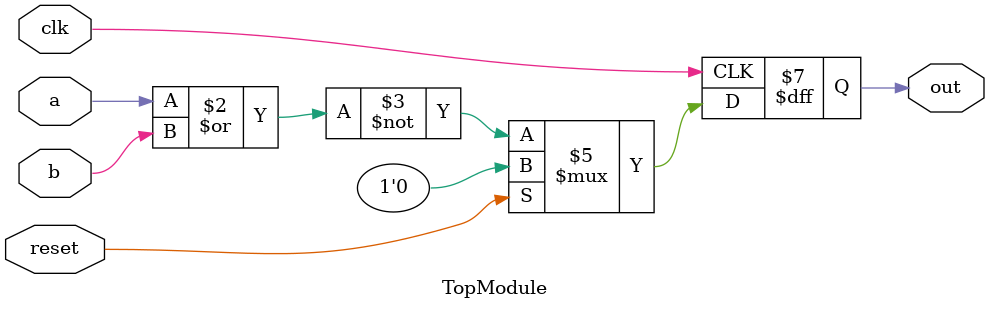
<source format=sv>
module TopModule (
    input logic a,
    input logic b,
    input logic clk,
    input logic reset,
    output logic out
);

    always @(posedge clk) begin
        if (reset) begin
            out <= 1'b0;
        end else begin
            out <= ~(a | b);
        end
    end

endmodule
</source>
